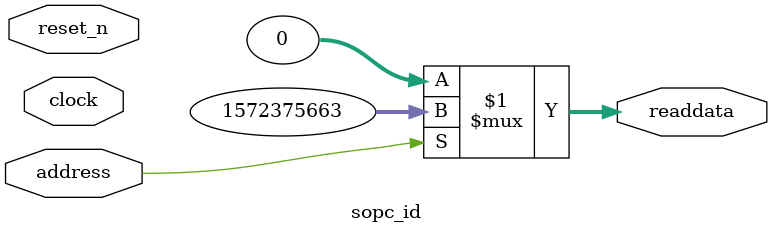
<source format=v>



// synthesis translate_off
`timescale 1ns / 1ps
// synthesis translate_on

// turn off superfluous verilog processor warnings 
// altera message_level Level1 
// altera message_off 10034 10035 10036 10037 10230 10240 10030 

module sopc_id (
               // inputs:
                address,
                clock,
                reset_n,

               // outputs:
                readdata
             )
;

  output  [ 31: 0] readdata;
  input            address;
  input            clock;
  input            reset_n;

  wire    [ 31: 0] readdata;
  //control_slave, which is an e_avalon_slave
  assign readdata = address ? 1572375663 : 0;

endmodule



</source>
